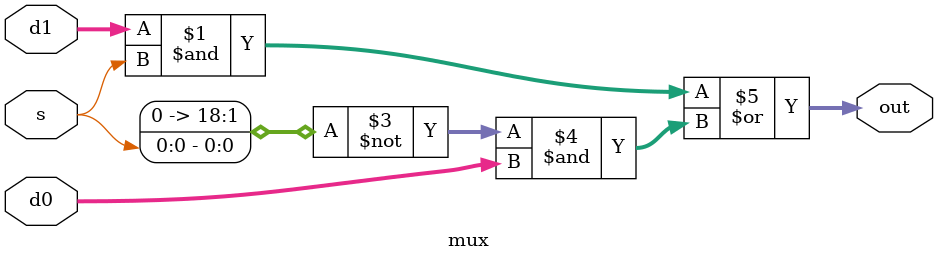
<source format=v>
module mux(d1,d0,s,out);

    input signed [18:0] d1;
    input signed [18:0] d0;
    input s;
    output signed [18:0] out;

    assign out = d1 & s | ~s & d0;

endmodule
</source>
